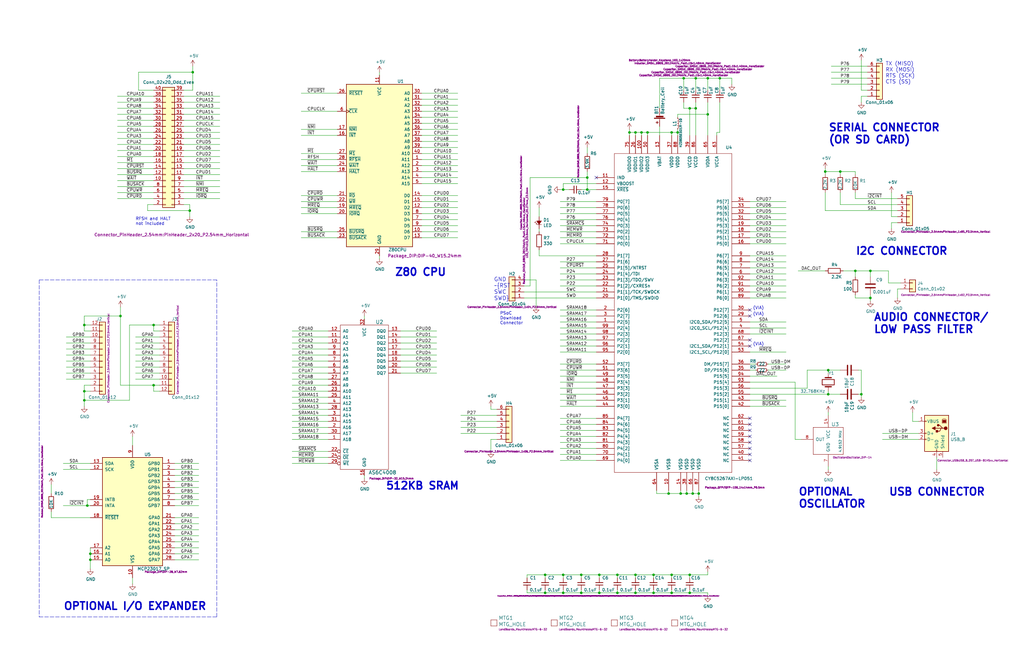
<source format=kicad_sch>
(kicad_sch (version 20211123) (generator eeschema)
  (paper "B")
  (title_block (title "Z80_PSOC") (date "2020-02-21") (rev "3") (company "Land Boards LLC"))
  (junction (at 38.1 236.22))
  (junction (at 64.77 137.16))
  (junction (at 275.59 242.57))
  (junction (at 283.21 55.88))
  (junction (at 349.25 166.37))
  (junction (at 229.87 242.57))
  (junction (at 290.83 242.57))
  (junction (at 283.21 250.19))
  (junction (at 289.56 208.28))
  (junction (at 80.01 88.9))
  (junction (at 81.28 30.48))
  (junction (at 252.73 250.19))
  (junction (at 260.35 242.57))
  (junction (at 265.43 55.88))
  (junction (at 290.83 45.72))
  (junction (at 64.77 162.56))
  (junction (at 293.37 33.02))
  (junction (at 360.68 114.3))
  (junction (at 349.25 156.21))
  (junction (at 285.75 55.88))
  (junction (at 260.35 250.19))
  (junction (at 367.03 125.73))
  (junction (at 298.45 33.02))
  (junction (at 363.22 166.37))
  (junction (at 35.56 137.16))
  (junction (at 229.87 250.19))
  (junction (at 283.21 242.57))
  (junction (at 290.83 250.19))
  (junction (at 275.59 250.19))
  (junction (at 287.02 208.28))
  (junction (at 237.49 80.01))
  (junction (at 247.65 80.01))
  (junction (at 354.33 72.39))
  (junction (at 288.29 33.02))
  (junction (at 245.11 250.19))
  (junction (at 50.8 133.35))
  (junction (at 247.65 74.93))
  (junction (at 237.49 242.57))
  (junction (at 237.49 250.19))
  (junction (at 270.51 55.88))
  (junction (at 367.03 114.3))
  (junction (at 35.56 165.1))
  (junction (at 303.53 33.02))
  (junction (at 36.83 213.36))
  (junction (at 292.1 208.28))
  (junction (at 267.97 250.19))
  (junction (at 252.73 242.57))
  (junction (at 245.11 242.57))
  (junction (at 267.97 55.88))
  (junction (at 281.94 208.28))
  (junction (at 267.97 242.57))
  (junction (at 347.98 72.39))
  (junction (at 294.64 208.28))
  (junction (at 298.45 48.26))
  (junction (at 35.56 168.91))
  (junction (at 38.1 233.68))
  (junction (at 293.37 45.72))
  (junction (at 273.05 55.88))
  (no_connect (at 316.23 143.51))
  (no_connect (at 316.23 130.81))
  (no_connect (at 316.23 191.77))
  (no_connect (at 316.23 179.07))
  (no_connect (at 316.23 181.61))
  (no_connect (at 316.23 133.35))
  (no_connect (at 316.23 189.23))
  (no_connect (at 316.23 176.53))
  (no_connect (at 316.23 146.05))
  (no_connect (at 316.23 184.15))
  (no_connect (at 316.23 186.69))
  (no_connect (at 316.23 194.31))
  (no_connect (at 251.46 74.93))
  (wire (pts (xy 36.83 210.82) (xy 38.1 210.82)))
  (wire (pts (xy 127 72.39) (xy 142.24 72.39)))
  (wire (pts (xy 236.22 179.07) (xy 251.46 179.07)))
  (wire (pts (xy 349.25 196.85) (xy 349.25 198.12)))
  (wire (pts (xy 168.91 154.94) (xy 184.15 154.94)))
  (wire (pts (xy 285.75 49.53) (xy 285.75 48.26)))
  (wire (pts (xy 123.19 149.86) (xy 138.43 149.86)))
  (wire (pts (xy 177.8 57.15) (xy 193.04 57.15)))
  (wire (pts (xy 251.46 77.47) (xy 237.49 77.47)))
  (wire (pts (xy 298.45 38.1) (xy 298.45 33.02)))
  (wire (pts (xy 270.51 55.88) (xy 273.05 55.88)))
  (wire (pts (xy 27.94 157.48) (xy 38.1 157.48)))
  (wire (pts (xy 363.22 40.64) (xy 365.76 40.64)))
  (wire (pts (xy 27.94 149.86) (xy 38.1 149.86)))
  (wire (pts (xy 289.56 208.28) (xy 287.02 208.28)))
  (wire (pts (xy 288.29 45.72) (xy 290.83 45.72)))
  (wire (pts (xy 237.49 250.19) (xy 229.87 250.19)))
  (wire (pts (xy 177.8 97.79) (xy 193.04 97.79)))
  (wire (pts (xy 275.59 243.84) (xy 275.59 242.57)))
  (wire (pts (xy 38.1 233.68) (xy 38.1 236.22)))
  (wire (pts (xy 285.75 54.61) (xy 285.75 55.88)))
  (wire (pts (xy 57.15 142.24) (xy 67.31 142.24)))
  (wire (pts (xy 177.8 69.85) (xy 193.04 69.85)))
  (wire (pts (xy 340.36 156.21) (xy 349.25 156.21)))
  (wire (pts (xy 27.94 154.94) (xy 38.1 154.94)))
  (wire (pts (xy 236.22 95.25) (xy 251.46 95.25)))
  (wire (pts (xy 177.8 62.23) (xy 193.04 62.23)))
  (wire (pts (xy 35.56 139.7) (xy 35.56 137.16)))
  (wire (pts (xy 267.97 57.15) (xy 267.97 55.88)))
  (wire (pts (xy 316.23 107.95) (xy 331.47 107.95)))
  (wire (pts (xy 236.22 118.11) (xy 251.46 118.11)))
  (wire (pts (xy 288.29 33.02) (xy 293.37 33.02)))
  (wire (pts (xy 308.61 33.02) (xy 308.61 35.56)))
  (wire (pts (xy 236.22 92.71) (xy 251.46 92.71)))
  (wire (pts (xy 247.65 64.77) (xy 247.65 62.23)))
  (wire (pts (xy 57.15 157.48) (xy 67.31 157.48)))
  (wire (pts (xy 57.15 147.32) (xy 67.31 147.32)))
  (wire (pts (xy 127 64.77) (xy 142.24 64.77)))
  (wire (pts (xy 236.22 148.59) (xy 251.46 148.59)))
  (wire (pts (xy 73.66 198.12) (xy 83.82 198.12)))
  (wire (pts (xy 50.8 162.56) (xy 64.77 162.56)))
  (wire (pts (xy 247.65 80.01) (xy 251.46 80.01)))
  (wire (pts (xy 168.91 144.78) (xy 184.15 144.78)))
  (wire (pts (xy 270.51 57.15) (xy 270.51 55.88)))
  (wire (pts (xy 55.88 184.15) (xy 55.88 187.96)))
  (wire (pts (xy 237.49 243.84) (xy 237.49 242.57)))
  (wire (pts (xy 207.01 172.72) (xy 209.55 172.72)))
  (wire (pts (xy 303.53 43.18) (xy 303.53 55.88)))
  (wire (pts (xy 35.56 137.16) (xy 35.56 133.35)))
  (wire (pts (xy 127 90.17) (xy 142.24 90.17)))
  (wire (pts (xy 316.23 148.59) (xy 331.47 148.59)))
  (wire (pts (xy 260.35 243.84) (xy 260.35 242.57)))
  (wire (pts (xy 123.19 185.42) (xy 138.43 185.42)))
  (wire (pts (xy 77.47 60.96) (xy 92.71 60.96)))
  (wire (pts (xy 229.87 250.19) (xy 222.25 250.19)))
  (wire (pts (xy 236.22 181.61) (xy 251.46 181.61)))
  (wire (pts (xy 354.33 86.36) (xy 354.33 81.28)))
  (wire (pts (xy 347.98 72.39) (xy 347.98 71.12)))
  (wire (pts (xy 273.05 55.88) (xy 273.05 57.15)))
  (wire (pts (xy 77.47 86.36) (xy 80.01 86.36)))
  (wire (pts (xy 236.22 135.89) (xy 251.46 135.89)))
  (wire (pts (xy 194.31 180.34) (xy 209.55 180.34)))
  (wire (pts (xy 73.66 223.52) (xy 83.82 223.52)))
  (wire (pts (xy 360.68 125.73) (xy 360.68 124.46)))
  (wire (pts (xy 323.85 156.21) (xy 331.47 156.21)))
  (wire (pts (xy 375.92 91.44) (xy 378.46 91.44)))
  (wire (pts (xy 236.22 85.09) (xy 251.46 85.09)))
  (wire (pts (xy 340.36 163.83) (xy 340.36 156.21)))
  (wire (pts (xy 293.37 43.18) (xy 293.37 45.72)))
  (wire (pts (xy 316.23 95.25) (xy 331.47 95.25)))
  (wire (pts (xy 294.64 208.28) (xy 294.64 209.55)))
  (wire (pts (xy 57.15 152.4) (xy 67.31 152.4)))
  (wire (pts (xy 374.65 119.38) (xy 379.73 119.38)))
  (wire (pts (xy 281.94 207.01) (xy 281.94 208.28)))
  (wire (pts (xy 49.53 83.82) (xy 64.77 83.82)))
  (wire (pts (xy 298.45 242.57) (xy 298.45 241.3)))
  (wire (pts (xy 236.22 130.81) (xy 251.46 130.81)))
  (wire (pts (xy 27.94 160.02) (xy 38.1 160.02)))
  (wire (pts (xy 50.8 133.35) (xy 50.8 162.56)))
  (wire (pts (xy 123.19 172.72) (xy 138.43 172.72)))
  (wire (pts (xy 236.22 163.83) (xy 251.46 163.83)))
  (wire (pts (xy 81.28 38.1) (xy 81.28 30.48)))
  (wire (pts (xy 245.11 242.57) (xy 252.73 242.57)))
  (wire (pts (xy 354.33 72.39) (xy 347.98 72.39)))
  (wire (pts (xy 372.11 185.42) (xy 387.35 185.42)))
  (wire (pts (xy 252.73 242.57) (xy 260.35 242.57)))
  (wire (pts (xy 77.47 53.34) (xy 92.71 53.34)))
  (wire (pts (xy 290.83 45.72) (xy 293.37 45.72)))
  (wire (pts (xy 73.66 220.98) (xy 83.82 220.98)))
  (wire (pts (xy 49.53 55.88) (xy 64.77 55.88)))
  (wire (pts (xy 73.66 233.68) (xy 83.82 233.68)))
  (wire (pts (xy 80.01 88.9) (xy 62.23 88.9)))
  (wire (pts (xy 275.59 248.92) (xy 275.59 250.19)))
  (wire (pts (xy 127 57.15) (xy 142.24 57.15)))
  (wire (pts (xy 323.85 153.67) (xy 331.47 153.67)))
  (wire (pts (xy 77.47 73.66) (xy 92.71 73.66)))
  (wire (pts (xy 375.92 91.44) (xy 375.92 81.28)))
  (wire (pts (xy 127 67.31) (xy 142.24 67.31)))
  (wire (pts (xy 194.31 177.8) (xy 209.55 177.8)))
  (wire (pts (xy 49.53 43.18) (xy 64.77 43.18)))
  (wire (pts (xy 360.68 114.3) (xy 367.03 114.3)))
  (wire (pts (xy 123.19 170.18) (xy 138.43 170.18)))
  (wire (pts (xy 222.25 250.19) (xy 222.25 248.92)))
  (wire (pts (xy 123.19 154.94) (xy 138.43 154.94)))
  (wire (pts (xy 298.45 250.19) (xy 298.45 251.46)))
  (wire (pts (xy 236.22 161.29) (xy 251.46 161.29)))
  (wire (pts (xy 252.73 250.19) (xy 245.11 250.19)))
  (wire (pts (xy 316.23 115.57) (xy 331.47 115.57)))
  (wire (pts (xy 316.23 102.87) (xy 331.47 102.87)))
  (wire (pts (xy 123.19 175.26) (xy 138.43 175.26)))
  (wire (pts (xy 275.59 250.19) (xy 283.21 250.19)))
  (wire (pts (xy 27.94 152.4) (xy 38.1 152.4)))
  (wire (pts (xy 288.29 38.1) (xy 288.29 33.02)))
  (wire (pts (xy 27.94 142.24) (xy 38.1 142.24)))
  (wire (pts (xy 267.97 55.88) (xy 270.51 55.88)))
  (wire (pts (xy 237.49 80.01) (xy 236.22 80.01)))
  (wire (pts (xy 35.56 168.91) (xy 54.61 168.91)))
  (wire (pts (xy 153.67 133.35) (xy 153.67 134.62)))
  (wire (pts (xy 236.22 90.17) (xy 251.46 90.17)))
  (wire (pts (xy 168.91 157.48) (xy 184.15 157.48)))
  (wire (pts (xy 236.22 191.77) (xy 251.46 191.77)))
  (wire (pts (xy 236.22 194.31) (xy 251.46 194.31)))
  (wire (pts (xy 38.1 231.14) (xy 38.1 233.68)))
  (wire (pts (xy 177.8 72.39) (xy 193.04 72.39)))
  (wire (pts (xy 281.94 208.28) (xy 276.86 208.28)))
  (wire (pts (xy 77.47 83.82) (xy 92.71 83.82)))
  (wire (pts (xy 236.22 184.15) (xy 251.46 184.15)))
  (wire (pts (xy 294.64 208.28) (xy 292.1 208.28)))
  (wire (pts (xy 360.68 83.82) (xy 378.46 83.82)))
  (wire (pts (xy 81.28 30.48) (xy 58.42 30.48)))
  (wire (pts (xy 73.66 231.14) (xy 83.82 231.14)))
  (wire (pts (xy 77.47 68.58) (xy 92.71 68.58)))
  (wire (pts (xy 127 87.63) (xy 142.24 87.63)))
  (wire (pts (xy 236.22 115.57) (xy 251.46 115.57)))
  (wire (pts (xy 360.68 114.3) (xy 360.68 116.84)))
  (wire (pts (xy 123.19 144.78) (xy 138.43 144.78)))
  (wire (pts (xy 240.03 80.01) (xy 237.49 80.01)))
  (wire (pts (xy 77.47 66.04) (xy 92.71 66.04)))
  (wire (pts (xy 278.13 53.34) (xy 278.13 57.15)))
  (wire (pts (xy 293.37 45.72) (xy 293.37 57.15)))
  (wire (pts (xy 168.91 152.4) (xy 184.15 152.4)))
  (wire (pts (xy 57.15 149.86) (xy 67.31 149.86)))
  (wire (pts (xy 27.94 147.32) (xy 38.1 147.32)))
  (wire (pts (xy 227.33 96.52) (xy 227.33 97.79)))
  (wire (pts (xy 292.1 208.28) (xy 289.56 208.28)))
  (wire (pts (xy 220.98 123.19) (xy 251.46 123.19)))
  (wire (pts (xy 26.67 198.12) (xy 38.1 198.12)))
  (wire (pts (xy 73.66 208.28) (xy 83.82 208.28)))
  (wire (pts (xy 384.81 177.8) (xy 384.81 173.99)))
  (wire (pts (xy 367.03 114.3) (xy 374.65 114.3)))
  (wire (pts (xy 367.03 124.46) (xy 367.03 125.73)))
  (wire (pts (xy 49.53 40.64) (xy 64.77 40.64)))
  (wire (pts (xy 21.59 215.9) (xy 21.59 218.44)))
  (wire (pts (xy 49.53 60.96) (xy 64.77 60.96)))
  (wire (pts (xy 35.56 133.35) (xy 50.8 133.35)))
  (wire (pts (xy 384.81 177.8) (xy 387.35 177.8)))
  (wire (pts (xy 267.97 248.92) (xy 267.97 250.19)))
  (wire (pts (xy 26.67 195.58) (xy 38.1 195.58)))
  (wire (pts (xy 298.45 250.19) (xy 290.83 250.19)))
  (wire (pts (xy 316.23 85.09) (xy 331.47 85.09)))
  (wire (pts (xy 302.26 55.88) (xy 303.53 55.88)))
  (wire (pts (xy 283.21 57.15) (xy 283.21 55.88)))
  (wire (pts (xy 350.52 30.48) (xy 365.76 30.48)))
  (wire (pts (xy 247.65 72.39) (xy 247.65 74.93)))
  (wire (pts (xy 337.82 185.42) (xy 335.28 185.42)))
  (wire (pts (xy 73.66 226.06) (xy 83.82 226.06)))
  (wire (pts (xy 227.33 105.41) (xy 227.33 107.95)))
  (wire (pts (xy 375.92 93.98) (xy 378.46 93.98)))
  (wire (pts (xy 49.53 45.72) (xy 64.77 45.72)))
  (wire (pts (xy 349.25 156.21) (xy 349.25 157.48)))
  (wire (pts (xy 49.53 53.34) (xy 64.77 53.34)))
  (wire (pts (xy 316.23 87.63) (xy 331.47 87.63)))
  (wire (pts (xy 220.98 118.11) (xy 226.06 118.11)))
  (wire (pts (xy 367.03 125.73) (xy 367.03 127)))
  (wire (pts (xy 177.8 44.45) (xy 193.04 44.45)))
  (wire (pts (xy 81.28 30.48) (xy 81.28 27.94)))
  (wire (pts (xy 283.21 55.88) (xy 285.75 55.88)))
  (wire (pts (xy 290.83 242.57) (xy 298.45 242.57)))
  (wire (pts (xy 290.83 250.19) (xy 283.21 250.19)))
  (wire (pts (xy 49.53 76.2) (xy 64.77 76.2)))
  (wire (pts (xy 127 97.79) (xy 142.24 97.79)))
  (wire (pts (xy 160.02 107.95) (xy 160.02 109.22)))
  (wire (pts (xy 294.64 207.01) (xy 294.64 208.28)))
  (wire (pts (xy 177.8 49.53) (xy 193.04 49.53)))
  (wire (pts (xy 49.53 78.74) (xy 64.77 78.74)))
  (wire (pts (xy 252.73 243.84) (xy 252.73 242.57)))
  (wire (pts (xy 127 54.61) (xy 142.24 54.61)))
  (wire (pts (xy 245.11 248.92) (xy 245.11 250.19)))
  (wire (pts (xy 123.19 142.24) (xy 138.43 142.24)))
  (wire (pts (xy 236.22 97.79) (xy 251.46 97.79)))
  (wire (pts (xy 316.23 97.79) (xy 331.47 97.79)))
  (polyline (pts (xy 91.44 260.35) (xy 91.44 118.11)))
  (wire (pts (xy 316.23 158.75) (xy 327.66 158.75)))
  (wire (pts (xy 50.8 129.54) (xy 50.8 133.35)))
  (wire (pts (xy 209.55 185.42) (xy 207.01 185.42)))
  (wire (pts (xy 67.31 137.16) (xy 64.77 137.16)))
  (wire (pts (xy 287.02 208.28) (xy 287.02 207.01)))
  (wire (pts (xy 73.66 236.22) (xy 83.82 236.22)))
  (wire (pts (xy 347.98 88.9) (xy 347.98 81.28)))
  (wire (pts (xy 73.66 203.2) (xy 83.82 203.2)))
  (wire (pts (xy 350.52 35.56) (xy 365.76 35.56)))
  (wire (pts (xy 21.59 218.44) (xy 38.1 218.44)))
  (wire (pts (xy 237.49 248.92) (xy 237.49 250.19)))
  (wire (pts (xy 349.25 175.26) (xy 349.25 173.99)))
  (wire (pts (xy 260.35 250.19) (xy 252.73 250.19)))
  (wire (pts (xy 316.23 100.33) (xy 331.47 100.33)))
  (wire (pts (xy 123.19 139.7) (xy 138.43 139.7)))
  (wire (pts (xy 177.8 52.07) (xy 193.04 52.07)))
  (wire (pts (xy 298.45 48.26) (xy 285.75 48.26)))
  (wire (pts (xy 361.95 166.37) (xy 363.22 166.37)))
  (wire (pts (xy 38.1 137.16) (xy 35.56 137.16)))
  (wire (pts (xy 354.33 156.21) (xy 349.25 156.21)))
  (wire (pts (xy 49.53 68.58) (xy 64.77 68.58)))
  (wire (pts (xy 236.22 156.21) (xy 251.46 156.21)))
  (wire (pts (xy 58.42 30.48) (xy 58.42 38.1)))
  (wire (pts (xy 267.97 243.84) (xy 267.97 242.57)))
  (wire (pts (xy 236.22 146.05) (xy 251.46 146.05)))
  (wire (pts (xy 49.53 81.28) (xy 64.77 81.28)))
  (wire (pts (xy 35.56 162.56) (xy 35.56 165.1)))
  (wire (pts (xy 36.83 213.36) (xy 38.1 213.36)))
  (wire (pts (xy 194.31 175.26) (xy 209.55 175.26)))
  (wire (pts (xy 288.29 43.18) (xy 288.29 45.72)))
  (wire (pts (xy 360.68 73.66) (xy 360.68 72.39)))
  (wire (pts (xy 21.59 204.47) (xy 21.59 208.28)))
  (wire (pts (xy 223.52 74.93) (xy 223.52 120.65)))
  (wire (pts (xy 229.87 243.84) (xy 229.87 242.57)))
  (wire (pts (xy 222.25 243.84) (xy 222.25 242.57)))
  (wire (pts (xy 77.47 50.8) (xy 92.71 50.8)))
  (wire (pts (xy 316.23 153.67) (xy 318.77 153.67)))
  (wire (pts (xy 177.8 95.25) (xy 193.04 95.25)))
  (wire (pts (xy 123.19 147.32) (xy 138.43 147.32)))
  (wire (pts (xy 236.22 110.49) (xy 251.46 110.49)))
  (wire (pts (xy 275.59 250.19) (xy 267.97 250.19)))
  (wire (pts (xy 316.23 171.45) (xy 331.47 171.45)))
  (wire (pts (xy 177.8 87.63) (xy 193.04 87.63)))
  (wire (pts (xy 177.8 85.09) (xy 193.04 85.09)))
  (wire (pts (xy 57.15 144.78) (xy 67.31 144.78)))
  (wire (pts (xy 283.21 242.57) (xy 290.83 242.57)))
  (wire (pts (xy 123.19 162.56) (xy 138.43 162.56)))
  (wire (pts (xy 80.01 88.9) (xy 80.01 91.44)))
  (wire (pts (xy 316.23 163.83) (xy 340.36 163.83)))
  (wire (pts (xy 64.77 165.1) (xy 64.77 162.56)))
  (wire (pts (xy 168.91 139.7) (xy 184.15 139.7)))
  (wire (pts (xy 177.8 39.37) (xy 193.04 39.37)))
  (wire (pts (xy 73.66 200.66) (xy 83.82 200.66)))
  (wire (pts (xy 127 85.09) (xy 142.24 85.09)))
  (wire (pts (xy 316.23 120.65) (xy 331.47 120.65)))
  (wire (pts (xy 245.11 250.19) (xy 237.49 250.19)))
  (wire (pts (xy 127 82.55) (xy 142.24 82.55)))
  (wire (pts (xy 236.22 189.23) (xy 251.46 189.23)))
  (wire (pts (xy 77.47 45.72) (xy 92.71 45.72)))
  (wire (pts (xy 123.19 195.58) (xy 138.43 195.58)))
  (wire (pts (xy 350.52 33.02) (xy 365.76 33.02)))
  (wire (pts (xy 73.66 195.58) (xy 83.82 195.58)))
  (wire (pts (xy 236.22 140.97) (xy 251.46 140.97)))
  (wire (pts (xy 378.46 121.92) (xy 378.46 125.73)))
  (wire (pts (xy 237.49 242.57) (xy 245.11 242.57)))
  (wire (pts (xy 77.47 48.26) (xy 92.71 48.26)))
  (wire (pts (xy 80.01 86.36) (xy 80.01 88.9)))
  (wire (pts (xy 123.19 193.04) (xy 138.43 193.04)))
  (wire (pts (xy 378.46 121.92) (xy 379.73 121.92)))
  (wire (pts (xy 207.01 185.42) (xy 207.01 190.5)))
  (wire (pts (xy 283.21 248.92) (xy 283.21 250.19)))
  (wire (pts (xy 77.47 40.64) (xy 92.71 40.64)))
  (wire (pts (xy 316.23 113.03) (xy 331.47 113.03)))
  (wire (pts (xy 285.75 55.88) (xy 285.75 57.15)))
  (wire (pts (xy 168.91 142.24) (xy 184.15 142.24)))
  (wire (pts (xy 316.23 123.19) (xy 331.47 123.19)))
  (wire (pts (xy 77.47 43.18) (xy 92.71 43.18)))
  (wire (pts (xy 363.22 166.37) (xy 363.22 167.64)))
  (wire (pts (xy 316.23 166.37) (xy 349.25 166.37)))
  (wire (pts (xy 303.53 38.1) (xy 303.53 33.02)))
  (wire (pts (xy 236.22 143.51) (xy 251.46 143.51)))
  (wire (pts (xy 177.8 77.47) (xy 193.04 77.47)))
  (wire (pts (xy 287.02 208.28) (xy 281.94 208.28)))
  (wire (pts (xy 252.73 248.92) (xy 252.73 250.19)))
  (wire (pts (xy 57.15 160.02) (xy 67.31 160.02)))
  (wire (pts (xy 49.53 50.8) (xy 64.77 50.8)))
  (wire (pts (xy 236.22 153.67) (xy 251.46 153.67)))
  (wire (pts (xy 247.65 74.93) (xy 223.52 74.93)))
  (wire (pts (xy 57.15 154.94) (xy 67.31 154.94)))
  (wire (pts (xy 290.83 248.92) (xy 290.83 250.19)))
  (wire (pts (xy 251.46 107.95) (xy 227.33 107.95)))
  (wire (pts (xy 226.06 118.11) (xy 226.06 129.54)))
  (wire (pts (xy 77.47 63.5) (xy 92.71 63.5)))
  (wire (pts (xy 360.68 72.39) (xy 354.33 72.39)))
  (wire (pts (xy 303.53 33.02) (xy 308.61 33.02)))
  (wire (pts (xy 374.65 114.3) (xy 374.65 119.38)))
  (wire (pts (xy 265.43 55.88) (xy 267.97 55.88)))
  (wire (pts (xy 67.31 165.1) (xy 64.77 165.1)))
  (wire (pts (xy 229.87 242.57) (xy 237.49 242.57)))
  (wire (pts (xy 49.53 48.26) (xy 64.77 48.26)))
  (wire (pts (xy 363.22 38.1) (xy 363.22 25.4)))
  (wire (pts (xy 316.23 110.49) (xy 331.47 110.49)))
  (wire (pts (xy 267.97 250.19) (xy 260.35 250.19)))
  (wire (pts (xy 73.66 228.6) (xy 83.82 228.6)))
  (wire (pts (xy 236.22 100.33) (xy 251.46 100.33)))
  (wire (pts (xy 77.47 55.88) (xy 92.71 55.88)))
  (wire (pts (xy 36.83 213.36) (xy 36.83 210.82)))
  (wire (pts (xy 64.77 137.16) (xy 64.77 139.7)))
  (wire (pts (xy 316.23 90.17) (xy 331.47 90.17)))
  (wire (pts (xy 237.49 77.47) (xy 237.49 80.01)))
  (wire (pts (xy 278.13 33.02) (xy 288.29 33.02)))
  (wire (pts (xy 123.19 165.1) (xy 138.43 165.1)))
  (wire (pts (xy 316.23 135.89) (xy 331.47 135.89)))
  (wire (pts (xy 38.1 162.56) (xy 35.56 162.56)))
  (wire (pts (xy 77.47 71.12) (xy 92.71 71.12)))
  (wire (pts (xy 177.8 59.69) (xy 193.04 59.69)))
  (wire (pts (xy 316.23 140.97) (xy 331.47 140.97)))
  (wire (pts (xy 229.87 248.92) (xy 229.87 250.19)))
  (wire (pts (xy 177.8 92.71) (xy 193.04 92.71)))
  (wire (pts (xy 123.19 160.02) (xy 138.43 160.02)))
  (wire (pts (xy 77.47 58.42) (xy 92.71 58.42)))
  (wire (pts (xy 267.97 242.57) (xy 275.59 242.57)))
  (wire (pts (xy 123.19 167.64) (xy 138.43 167.64)))
  (wire (pts (xy 298.45 33.02) (xy 303.53 33.02)))
  (wire (pts (xy 123.19 152.4) (xy 138.43 152.4)))
  (wire (pts (xy 236.22 102.87) (xy 251.46 102.87)))
  (wire (pts (xy 127 46.99) (xy 142.24 46.99)))
  (wire (pts (xy 227.33 91.44) (xy 227.33 87.63)))
  (wire (pts (xy 58.42 38.1) (xy 64.77 38.1)))
  (wire (pts (xy 38.1 144.78) (xy 27.94 144.78)))
  (wire (pts (xy 265.43 55.88) (xy 265.43 54.61)))
  (wire (pts (xy 77.47 76.2) (xy 92.71 76.2)))
  (wire (pts (xy 336.55 114.3) (xy 347.98 114.3)))
  (wire (pts (xy 77.47 38.1) (xy 81.28 38.1)))
  (wire (pts (xy 194.31 182.88) (xy 209.55 182.88)))
  (wire (pts (xy 367.03 125.73) (xy 360.68 125.73)))
  (wire (pts (xy 260.35 248.92) (xy 260.35 250.19)))
  (wire (pts (xy 349.25 166.37) (xy 354.33 166.37)))
  (wire (pts (xy 245.11 80.01) (xy 247.65 80.01)))
  (wire (pts (xy 236.22 176.53) (xy 251.46 176.53)))
  (wire (pts (xy 292.1 207.01) (xy 292.1 208.28)))
  (wire (pts (xy 49.53 71.12) (xy 64.77 71.12)))
  (wire (pts (xy 38.1 236.22) (xy 38.1 240.03)))
  (wire (pts (xy 298.45 48.26) (xy 298.45 57.15)))
  (wire (pts (xy 177.8 74.93) (xy 193.04 74.93)))
  (wire (pts (xy 289.56 207.01) (xy 289.56 208.28)))
  (wire (pts (xy 236.22 168.91) (xy 251.46 168.91)))
  (wire (pts (xy 236.22 158.75) (xy 251.46 158.75)))
  (wire (pts (xy 49.53 73.66) (xy 64.77 73.66)))
  (wire (pts (xy 260.35 242.57) (xy 267.97 242.57)))
  (wire (pts (xy 354.33 86.36) (xy 378.46 86.36)))
  (wire (pts (xy 355.6 114.3) (xy 360.68 114.3)))
  (wire (pts (xy 168.91 149.86) (xy 184.15 149.86)))
  (wire (pts (xy 265.43 57.15) (xy 265.43 55.88)))
  (wire (pts (xy 335.28 161.29) (xy 316.23 161.29)))
  (polyline (pts (xy 16.51 260.35) (xy 91.44 260.35)))
  (wire (pts (xy 347.98 88.9) (xy 378.46 88.9)))
  (wire (pts (xy 247.65 74.93) (xy 247.65 80.01)))
  (wire (pts (xy 236.22 171.45) (xy 251.46 171.45)))
  (polyline (pts (xy 16.51 118.11) (xy 16.51 260.35)))
  (wire (pts (xy 73.66 205.74) (xy 83.82 205.74)))
  (wire (pts (xy 127 100.33) (xy 142.24 100.33)))
  (wire (pts (xy 62.23 86.36) (xy 64.77 86.36)))
  (wire (pts (xy 293.37 33.02) (xy 298.45 33.02)))
  (wire (pts (xy 73.66 218.44) (xy 83.82 218.44)))
  (wire (pts (xy 276.86 208.28) (xy 276.86 207.01)))
  (wire (pts (xy 177.8 100.33) (xy 193.04 100.33)))
  (wire (pts (xy 236.22 87.63) (xy 251.46 87.63)))
  (wire (pts (xy 363.22 156.21) (xy 363.22 166.37)))
  (wire (pts (xy 38.1 139.7) (xy 35.56 139.7)))
  (wire (pts (xy 168.91 147.32) (xy 184.15 147.32)))
  (wire (pts (xy 290.83 57.15) (xy 290.83 45.72)))
  (wire (pts (xy 236.22 133.35) (xy 251.46 133.35)))
  (wire (pts (xy 349.25 166.37) (xy 349.25 165.1)))
  (wire (pts (xy 153.67 200.66) (xy 153.67 201.93)))
  (wire (pts (xy 335.28 185.42) (xy 335.28 161.29)))
  (wire (pts (xy 207.01 171.45) (xy 207.01 172.72)))
  (wire (pts (xy 278.13 33.02) (xy 278.13 45.72)))
  (wire (pts (xy 67.31 139.7) (xy 64.77 139.7)))
  (wire (pts (xy 64.77 162.56) (xy 67.31 162.56)))
  (wire (pts (xy 49.53 63.5) (xy 64.77 63.5)))
  (polyline (pts (xy 91.44 118.11) (xy 16.51 118.11)))
  (wire (pts (xy 290.83 243.84) (xy 290.83 242.57)))
  (wire (pts (xy 394.97 193.04) (xy 394.97 198.12)))
  (wire (pts (xy 177.8 64.77) (xy 193.04 64.77)))
  (wire (pts (xy 363.22 38.1) (xy 365.76 38.1)))
  (wire (pts (xy 316.23 156.21) (xy 318.77 156.21)))
  (wire (pts (xy 177.8 46.99) (xy 193.04 46.99)))
  (wire (pts (xy 123.19 157.48) (xy 138.43 157.48)))
  (wire (pts (xy 236.22 138.43) (xy 251.46 138.43)))
  (wire (pts (xy 123.19 190.5) (xy 138.43 190.5)))
  (wire (pts (xy 236.22 186.69) (xy 251.46 186.69)))
  (wire (pts (xy 49.53 66.04) (xy 64.77 66.04)))
  (wire (pts (xy 177.8 67.31) (xy 193.04 67.31)))
  (wire (pts (xy 273.05 55.88) (xy 283.21 55.88)))
  (wire (pts (xy 316.23 92.71) (xy 331.47 92.71)))
  (wire (pts (xy 54.61 168.91) (xy 54.61 137.16)))
  (wire (pts (xy 222.25 242.57) (xy 229.87 242.57)))
  (wire (pts (xy 316.23 125.73) (xy 331.47 125.73)))
  (wire (pts (xy 298.45 43.18) (xy 298.45 48.26)))
  (wire (pts (xy 77.47 78.74) (xy 92.71 78.74)))
  (wire (pts (xy 293.37 38.1) (xy 293.37 33.02)))
  (wire (pts (xy 236.22 113.03) (xy 251.46 113.03)))
  (wire (pts (xy 26.67 213.36) (xy 36.83 213.36)))
  (wire (pts (xy 123.19 177.8) (xy 138.43 177.8)))
  (wire (pts (xy 62.23 88.9) (xy 62.23 86.36)))
  (wire (pts (xy 223.52 120.65) (xy 220.98 120.65)))
  (wire (pts (xy 236.22 120.65) (xy 251.46 120.65)))
  (wire (pts (xy 275.59 242.57) (xy 283.21 242.57)))
  (wire (pts (xy 73.66 213.36) (xy 83.82 213.36)))
  (wire (pts (xy 54.61 137.16) (xy 64.77 137.16)))
  (wire (pts (xy 367.03 114.3) (xy 367.03 116.84)))
  (wire (pts (xy 361.95 156.21) (xy 363.22 156.21)))
  (wire (pts (xy 251.46 125.73) (xy 220.98 125.73)))
  (wire (pts (xy 316.23 118.11) (xy 331.47 118.11)))
  (wire (pts (xy 360.68 83.82) (xy 360.68 81.28)))
  (wire (pts (xy 363.22 40.64) (xy 363.22 43.18)))
  (wire (pts (xy 35.56 165.1) (xy 35.56 168.91)))
  (wire (pts (xy 302.26 57.15) (xy 302.26 55.88)))
  (wire (pts (xy 245.11 243.84) (xy 245.11 242.57)))
  (wire (pts (xy 316.23 138.43) (xy 331.47 138.43)))
  (wire (pts (xy 283.21 243.84) (xy 283.21 242.57)))
  (wire (pts (xy 35.56 168.91) (xy 35.56 171.45)))
  (wire (pts (xy 160.02 31.75) (xy 160.02 30.48)))
  (wire (pts (xy 55.88 243.84) (xy 55.88 246.38)))
  (wire (pts (xy 73.66 210.82) (xy 83.82 210.82)))
  (wire (pts (xy 177.8 41.91) (xy 193.04 41.91)))
  (wire (pts (xy 49.53 58.42) (xy 64.77 58.42)))
  (wire (pts (xy 177.8 54.61) (xy 193.04 54.61)))
  (wire (pts (xy 177.8 90.17) (xy 193.04 90.17)))
  (wire (pts (xy 236.22 166.37) (xy 251.46 166.37)))
  (wire (pts (xy 127 39.37) (xy 142.24 39.37)))
  (wire (pts (xy 123.19 182.88) (xy 138.43 182.88)))
  (wire (pts (xy 316.23 168.91) (xy 331.47 168.91)))
  (wire (pts (xy 38.1 165.1) (xy 35.56 165.1)))
  (wire (pts (xy 123.19 180.34) (xy 138.43 180.34)))
  (wire (pts (xy 127 69.85) (xy 142.24 69.85)))
  (wire (pts (xy 350.52 27.94) (xy 365.76 27.94)))
  (wire (pts (xy 347.98 72.39) (xy 347.98 73.66)))
  (wire (pts (xy 354.33 73.66) (xy 354.33 72.39)))
  (wire (pts (xy 375.92 93.98) (xy 375.92 96.52)))
  (wire (pts (xy 372.11 182.88) (xy 387.35 182.88)))
  (wire (pts (xy 77.47 81.28) (xy 92.71 81.28)))
  (wire (pts (xy 177.8 82.55) (xy 193.04 82.55)))
  (text "Z80 CPU" (at 166.37 116.84 0) (effects (font (size 3.175 3.175) (thickness 0.635) bold) (justify left bottom)))
  (text "OPTIONAL I/O EXPANDER" (at 26.67 257.81 0) (effects (font (size 3.175 3.175) (thickness 0.635) bold) (justify left bottom)))
  (text "(VIA)" (at 317.5 146.05 0) (effects (font (size 1.27 1.27)) (justify left bottom)))
  (text "OPTIONAL\nOSCILLATOR" (at 336.55 214.63 0) (effects (font (size 3.175 3.175) (thickness 0.635) bold) (justify left bottom)))
  (text "AUDIO CONNECTOR/\nLOW PASS FILTER" (at 368.3 140.97 0) (effects (font (size 3.175 3.175) (thickness 0.635) bold) (justify left bottom)))
  (text "(VIA)" (at 317.5 130.81 0) (effects (font (size 1.27 1.27)) (justify left bottom)))
  (text "I2C CONNECTOR" (at 360.68 107.95 0) (effects (font (size 3.175 3.175) (thickness 0.635) bold) (justify left bottom)))
  (text "(VIA)" (at 317.5 133.35 0) (effects (font (size 1.27 1.27)) (justify left bottom)))
  (text "SERIAL CONNECTOR\n(OR SD CARD)" (at 349.25 60.96 0) (effects (font (size 3.175 3.175) (thickness 0.635) bold) (justify left bottom)))
  (text "USB CONNECTOR" (at 374.65 209.55 0) (effects (font (size 3.175 3.175) (thickness 0.635) bold) (justify left bottom)))
  (text "512KB SRAM" (at 162.56 207.01 0) (effects (font (size 3.175 3.175) (thickness 0.635) bold) (justify left bottom)))
  (text "PSoC \nDownload\nConnector" (at 210.82 137.16 0) (effects (font (size 1.27 1.27)) (justify left bottom)))
  (text "TX (MISO)\nRX (MOSI)\nRTS (SCK)\nCTS (SS)" (at 373.38 35.56 0) (effects (font (size 1.5748 1.5748)) (justify left bottom)))
  (text "GND\n~{RST\nSWC\nSWD}" (at 208.28 127 0) (effects (font (size 1.651 1.651)) (justify left bottom)))
  (text "RFSH and HALT\nnot included" (at 57.15 95.25 0) (effects (font (size 1.27 1.27)) (justify left bottom)))
  (label "P24" (at 238.76 115.57 0))
  (label "CPUA1" (at 238.76 191.77 0))
  (label "~{BUSRQ}" (at 129.54 97.79 0))
  (label "GPB7" (at 30.48 160.02 0))
  (label "CPUD6" (at 182.88 97.79 0))
  (label "CPUD7" (at 318.77 85.09 0))
  (label "GPA7" (at 59.69 160.02 0))
  (label "CPUD0" (at 82.55 71.12 0))
  (label "CPUA4" (at 53.34 55.88 0))
  (label "CPUA10" (at 53.34 40.64 0))
  (label "CPUA9" (at 182.88 62.23 0))
  (label "CPUA1" (at 182.88 41.91 0))
  (label "CPUA1" (at 53.34 63.5 0))
  (label "GPB5" (at 76.2 208.28 0))
  (label "CPUA3" (at 53.34 58.42 0))
  (label "SDA" (at 320.04 135.89 0))
  (label "CPUD5" (at 318.77 90.17 0))
  (label "DAC_OUT" (at 337.82 114.3 0))
  (label "CPUA15" (at 318.77 107.95 0))
  (label "GPB1" (at 76.2 198.12 0))
  (label "GPA3" (at 59.69 149.86 0))
  (label "CPUA6" (at 125.73 154.94 0))
  (label "~{BUSACK}" (at 321.31 171.45 0))
  (label "SCL" (at 29.21 198.12 0))
  (label "CPUA12" (at 182.88 69.85 0))
  (label "SRAMA15" (at 238.76 138.43 0))
  (label "CPUA3" (at 182.88 46.99 0))
  (label "CPUA2" (at 125.73 144.78 0))
  (label "CPUA15" (at 182.88 77.47 0))
  (label "~{M1}" (at 53.34 68.58 0))
  (label "~{CPURD}" (at 129.54 82.55 0))
  (label "P79" (at 238.76 85.09 0))
  (label "SRAMA12" (at 238.76 146.05 0))
  (label "CPUA5" (at 53.34 53.34 0))
  (label "CPUA8" (at 125.73 160.02 0))
  (label "GPA0" (at 76.2 218.44 0))
  (label "~{WAIT}" (at 129.54 69.85 0))
  (label "SWC" (at 238.76 123.19 0))
  (label "GPB6" (at 30.48 157.48 0))
  (label "GPB3" (at 76.2 203.2 0))
  (label "CPUA2" (at 53.34 60.96 0))
  (label "~{NMI}" (at 129.54 54.61 0))
  (label "GPB2" (at 76.2 200.66 0))
  (label "CPUD3" (at 175.26 147.32 0))
  (label "CPUD7" (at 182.88 100.33 0))
  (label "CPUD3" (at 182.88 90.17 0))
  (label "CPUD4" (at 182.88 92.71 0))
  (label "CPUA11" (at 82.55 40.64 0))
  (label "SRAMA11" (at 125.73 167.64 0))
  (label "CPUD5" (at 82.55 60.96 0))
  (label "~{M1}" (at 129.54 64.77 0))
  (label "DAC_OUT" (at 318.77 158.75 0))
  (label "CPUA8" (at 182.88 59.69 0))
  (label "~{MEMWR}" (at 238.76 97.79 0))
  (label "SRAMA16" (at 125.73 180.34 0))
  (label "~{I2CINT}" (at 29.21 213.36 0))
  (label "~{INT}" (at 238.76 163.83 0))
  (label "~{BUSRQ}" (at 53.34 73.66 0))
  (label "GPA7" (at 76.2 236.22 0))
  (label "GPB0" (at 30.48 142.24 0))
  (label "CPUA2" (at 182.88 44.45 0))
  (label "P78" (at 238.76 87.63 0))
  (label "P79" (at 354.33 35.56 0))
  (label "CPUD4" (at 175.26 149.86 0))
  (label "CPUA5" (at 238.76 181.61 0))
  (label "CPUA14" (at 318.77 110.49 0))
  (label "~{BUSRQ}" (at 321.31 168.91 0))
  (label "CPUD2" (at 175.26 144.78 0))
  (label "~{I2CINT}" (at 365.76 83.82 0))
  (label "CPUA5" (at 125.73 152.4 0))
  (label "~{I2CINT}" (at 320.04 140.97 0))
  (label "GPA5" (at 76.2 231.14 0))
  (label "~{CPURD}" (at 238.76 153.67 0))
  (label "CPUCLK" (at 238.76 102.87 0))
  (label "CPUA9" (at 53.34 43.18 0))
  (label "SRAMA14" (at 125.73 175.26 0))
  (label "GPB6" (at 76.2 210.82 0))
  (label "~{CPUWR}" (at 238.76 156.21 0))
  (label "CPUA3" (at 238.76 186.69 0))
  (label "CPUD1" (at 82.55 73.66 0))
  (label "GPB4" (at 30.48 152.4 0))
  (label "CPUD6" (at 82.55 63.5 0))
  (label "GPA2" (at 76.2 223.52 0))
  (label "P76" (at 238.76 92.71 0))
  (label "CPUD4" (at 82.55 55.88 0))
  (label "GPA6" (at 59.69 157.48 0))
  (label "CPUA7" (at 53.34 48.26 0))
  (label "~{IORQ}" (at 129.54 90.17 0))
  (label "~{BUSACK}" (at 53.34 78.74 0))
  (label "CPUA14" (at 182.88 74.93 0))
  (label "SCL" (at 365.76 86.36 0))
  (label "CPUA0" (at 125.73 139.7 0))
  (label "~{WAIT}" (at 238.76 168.91 0))
  (label "SRAMA17" (at 125.73 182.88 0))
  (label "CPUA3" (at 125.73 147.32 0))
  (label "P23" (at 238.76 118.11 0))
  (label "CPUCLK" (at 82.55 53.34 0))
  (label "~{BUSACK}" (at 129.54 100.33 0))
  (label "~{CPUWR}" (at 129.54 85.09 0))
  (label "CPUA10" (at 182.88 64.77 0))
  (label "P27" (at 196.85 175.26 0))
  (label "CPUD5" (at 175.26 152.4 0))
  (label "SRAMA17" (at 238.76 133.35 0))
  (label "GPA1" (at 76.2 220.98 0))
  (label "~{IORQ}" (at 82.55 83.82 0))
  (label "CPUA9" (at 125.73 162.56 0))
  (label "~{IORQ}" (at 238.76 158.75 0))
  (label "CPUD6" (at 175.26 154.94 0))
  (label "CPUD6" (at 318.77 87.63 0))
  (label "CPUA11" (at 318.77 118.11 0))
  (label "CPUD1" (at 175.26 142.24 0))
  (label "SDA" (at 29.21 195.58 0))
  (label "CPUD7" (at 175.26 157.48 0))
  (label "GPB7" (at 76.2 213.36 0))
  (label "SRAMA11" (at 238.76 148.59 0))
  (label "USB-DP" (at 374.65 182.88 0))
  (label "RFSH" (at 129.54 67.31 0))
  (label "CPUA10" (at 125.73 165.1 0))
  (label "P77" (at 238.76 90.17 0))
  (label "CPUA1" (at 125.73 142.24 0))
  (label "CPUA8" (at 318.77 125.73 0))
  (label "CPUA4" (at 125.73 149.86 0))
  (label "CPUA13" (at 82.55 45.72 0))
  (label "SRAMA16" (at 238.76 135.89 0))
  (label "CPUD3" (at 318.77 95.25 0))
  (label "SRAMA12" (at 125.73 170.18 0))
  (label "GPA6" (at 76.2 233.68 0))
  (label "GPB2" (at 30.48 147.32 0))
  (label "GPA1" (at 59.69 144.78 0))
  (label "GPA2" (at 59.69 147.32 0))
  (label "CPUA0" (at 53.34 66.04 0))
  (label "CPUA10" (at 318.77 120.65 0))
  (label "CPUA12" (at 82.55 43.18 0))
  (label "CPUA6" (at 53.34 50.8 0))
  (label "SRAMA18" (at 125.73 185.42 0))
  (label "P24" (at 196.85 177.8 0))
  (label "CPUD2" (at 82.55 66.04 0))
  (label "CPUD2" (at 182.88 87.63 0))
  (label "~{MEMRD}" (at 238.76 100.33 0))
  (label "CPUA4" (at 238.76 184.15 0))
  (label "GPA4" (at 59.69 152.4 0))
  (label "P76" (at 354.33 27.94 0))
  (label "~{WAIT}" (at 53.34 76.2 0))
  (label "~{MREQ}" (at 82.55 81.28 0))
  (label "CPUD2" (at 318.77 97.79 0))
  (label "CPUA6" (at 238.76 179.07 0))
  (label "P77" (at 354.33 30.48 0))
  (label "CPUA4" (at 182.88 49.53 0))
  (label "CPUA13" (at 182.88 72.39 0))
  (label "CPUA2" (at 238.76 189.23 0))
  (label "CPUA6" (at 182.88 54.61 0))
  (label "GPB3" (at 30.48 149.86 0))
  (label "CPUA0" (at 238.76 194.31 0))
  (label "~{MREQ}" (at 320.04 148.59 0))
  (label "~{CPUWR}" (at 53.34 81.28 0))
  (label "CPUA8" (at 53.34 45.72 0))
  (label "CPUA7" (at 182.88 57.15 0))
  (label "P78" (at 354.33 33.02 0))
  (label "~{INT}" (at 129.54 57.15 0))
  (label "~{NMI}" (at 82.55 78.74 0))
  (label "CPUA5" (at 182.88 52.07 0))
  (label "CPUD0" (at 175.26 139.7 0))
  (label "CPUA9" (at 318.77 123.19 0))
  (label "SRAMA18" (at 238.76 130.81 0))
  (label "GPB4" (at 76.2 205.74 0))
  (label "CPUA7" (at 238.76 176.53 0))
  (label "P22" (at 238.76 120.65 0))
  (label "SRAMA13" (at 238.76 143.51 0))
  (label "CPUD0" (at 182.88 82.55 0))
  (label "CPUA11" (at 182.88 67.31 0))
  (label "CPUD3" (at 82.55 58.42 0))
  (label "GPA0" (at 59.69 142.24 0))
  (label "~{CPURST}" (at 238.76 113.03 0))
  (label "GPA3" (at 76.2 226.06 0))
  (label "CPUA15" (at 82.55 50.8 0))
  (label "GPB1" (at 30.48 144.78 0))
  (label "CPUD1" (at 318.77 100.33 0))
  (label "SRAMA14" (at 238.76 140.97 0))
  (label "USB-DM" (at 325.12 153.67 0))
  (label "SRAMA13" (at 125.73 172.72 0))
  (label "SRAMA15" (at 125.73 177.8 0))
  (label "CPUD7" (at 82.55 68.58 0))
  (label "GPA5" (at 59.69 154.94 0))
  (label "P22" (at 196.85 182.88 0))
  (label "~{SRAMCS}" (at 125.73 190.5 0))
  (label "~{MEMWR}" (at 125.73 195.58 0))
  (label "CPUD1" (at 182.88 85.09 0))
  (label "SWD" (at 238.76 125.73 0))
  (label "CPUD5" (at 182.88 95.25 0))
  (label "~{INT}" (at 82.55 76.2 0))
  (label "P27" (at 238.76 110.49 0))
  (label "GPB0" (at 76.2 195.58 0))
  (label "~{MEMRD}" (at 125.73 193.04 0))
  (label "CPUCLK" (at 129.54 46.99 0))
  (label "CPUD0" (at 318.77 102.87 0))
  (label "SDA" (at 365.76 88.9 0))
  (label "~{CPURST}" (at 53.34 71.12 0))
  (label "CPUA14" (at 82.55 48.26 0))
  (label "~{SRAMCS}" (at 238.76 95.25 0))
  (label "~{HALT}" (at 238.76 171.45 0))
  (label "~{MREQ}" (at 129.54 87.63 0))
  (label "USB-DM" (at 374.65 185.42 0))
  (label "CPUA0" (at 182.88 39.37 0))
  (label "~{M1}" (at 238.76 166.37 0))
  (label "GPA4" (at 76.2 228.6 0))
  (label "SCL" (at 320.04 138.43 0))
  (label "~{NMI}" (at 238.76 161.29 0))
  (label "~{CPURST}" (at 129.54 39.37 0))
  (label "~{CPURD}" (at 53.34 83.82 0))
  (label "~{HALT}" (at 129.54 72.39 0))
  (label "CPUA7" (at 125.73 157.48 0))
  (label "USB-DP" (at 325.12 156.21 0))
  (label "CPUA13" (at 318.77 113.03 0))
  (label "GPB5" (at 30.48 154.94 0))
  (label "CPUD4" (at 318.77 92.71 0))
  (label "P23" (at 196.85 180.34 0))
  (label "CPUA12" (at 318.77 115.57 0))
  (symbol (lib_id "Z80_CPU-rescue:Z80CPU-Zilog") (at 160.02 69.85 0) (unit 1)
    (property "Reference" "U1" (at 168.91 34.29 0))
    (property "Value" "Z80CPU" (at 167.64 105.41 0))
    (property "Footprint" "Package_DIP:DIP-40_W15.24mm" (at 179.07 107.95 0))
  )
  (symbol (lib_id "power:GND") (at 160.02 109.22 0) (unit 1)
    (property "Reference" "#PWR0101" (effects hide))
    (property "Value" "GND" (at 160.147 113.6142 0))
  )
  (symbol (lib_id "power:+5V") (at 160.02 30.48 0) (unit 1)
    (property "Reference" "#PWR0103" (effects hide))
    (property "Value" "+5V" (at 160.401 26.0858 0))
  )
  (symbol (lib_id "Z80_CPU-rescue:CY8C5888AXI-LP096-LandBoards_Semis") (at 285.75 132.08 0) (unit 1)
    (property "Reference" "U4" (at 307.34 62.23 0))
    (property "Value" "CY8C5267AXI-LP051" (at 307.34 201.93 0))
    (property "Footprint" "Package_QFP:TQFP-100_14x14mm_P0.5mm" (at 309.88 205.74 0) (effects (font (size 0.762 0.762))))
    (property "Datasheet" "DOCUMENTATION" (effects hide))
  )
  (symbol (lib_id "power:+5V") (at 265.43 54.61 0) (unit 1)
    (property "Reference" "#PWR0105" (effects hide))
    (property "Value" "+5V" (at 265.811 50.2158 0))
  )
  (symbol (lib_id "Device:LED_Small_ALT") (at 227.33 93.98 90) (unit 1)
    (property "Reference" "D1" (at 229.0572 92.8116 90) (effects (justify right)))
    (property "Value" "LED" (at 229.0572 95.123 90) (effects (justify right)))
    (property "Footprint" "LED_THT:LED_D3.0mm_Horizontal_O1.27mm_Z2.0mm" (at 222.25 93.98 0) (effects (font (size 0.762 0.762))))
  )
  (symbol (lib_id "Device:R") (at 227.33 101.6 0) (unit 1)
    (property "Reference" "R7" (at 229.108 100.4316 0) (effects (justify left)))
    (property "Value" "330" (at 229.108 102.743 0) (effects (justify left)))
    (property "Footprint" "Resistor_SMD:R_0805_2012Metric_Pad1.15x1.40mm_HandSolder" (at 220.98 101.6 90) (effects (font (size 0.762 0.762))))
  )
  (symbol (lib_id "power:+5V") (at 227.33 87.63 0) (unit 1)
    (property "Reference" "#PWR0107" (effects hide))
    (property "Value" "+5V" (at 227.711 83.2358 0))
  )
  (symbol (lib_id "Device:Crystal") (at 349.25 161.29 90) (unit 1)
    (property "Reference" "Y1" (at 351.79 157.48 90) (effects (justify left)))
    (property "Value" "32.768KHz" (at 347.98 165.1 90) (effects (justify left)))
    (property "Footprint" "Crystal:Crystal_C26-LF_D2.1mm_L6.5mm_Horizontal" (effects hide))
  )
  (symbol (lib_id "Device:C") (at 358.14 156.21 270) (unit 1)
    (property "Reference" "C18" (at 359.3084 159.131 0) (effects (justify left)))
    (property "Value" "18pF" (at 356.997 159.131 0) (effects (justify left)))
    (property "Footprint" "Capacitor_SMD:C_0805_2012Metric_Pad1.15x1.40mm_HandSolder" (effects hide))
  )
  (symbol (lib_id "Device:C") (at 358.14 166.37 270) (unit 1)
    (property "Reference" "C19" (at 359.3084 169.291 0) (effects (justify left)))
    (property "Value" "18pF" (at 356.997 169.291 0) (effects (justify left)))
    (property "Footprint" "Capacitor_SMD:C_0805_2012Metric_Pad1.15x1.40mm_HandSolder" (effects hide))
  )
  (symbol (lib_id "Connector_Generic:Conn_01x06") (at 370.84 35.56 0) (mirror x) (unit 1)
    (property "Reference" "H3" (at 370.84 25.4 0))
    (property "Value" "Conn_01x06" (at 370.84 43.18 0))
    (property "Footprint" "Connector_PinHeader_2.54mm:PinHeader_1x06_P2.54mm_Vertical" (effects hide))
  )
  (symbol (lib_id "power:GND") (at 363.22 43.18 0) (unit 1)
    (property "Reference" "#PWR0119" (effects hide))
    (property "Value" "GND" (at 363.347 47.5742 0))
  )
  (symbol (lib_id "power:GND") (at 363.22 167.64 0) (unit 1)
    (property "Reference" "#PWR0108" (effects hide))
    (property "Value" "GND" (at 363.347 172.0342 0))
  )
  (symbol (lib_id "Z80_CPU-rescue:MCP23017_SP-Interface_Expansion") (at 55.88 215.9 0) (unit 1)
    (property "Reference" "U5" (at 62.23 191.77 0))
    (property "Value" "MCP23017_SP" (at 64.77 240.03 0))
    (property "Footprint" "Package_DIP:DIP-28_W7.62mm" (at 60.96 241.3 0) (effects (font (size 0.762 0.762)) (justify left)))
    (property "Datasheet" "http://ww1.microchip.com/downloads/en/DeviceDoc/20001952C.pdf" (effects hide))
  )
  (symbol (lib_id "power:GND") (at 294.64 209.55 0) (unit 1)
    (property "Reference" "#PWR0106" (effects hide))
    (property "Value" "GND" (at 294.767 213.9442 0))
  )
  (symbol (lib_id "Device:R") (at 360.68 77.47 0) (unit 1)
    (property "Reference" "R1" (at 362.458 76.3016 0) (effects (justify left)))
    (property "Value" "10K" (at 360.68 80.01 90) (effects (justify left)))
    (property "Footprint" "Resistor_SMD:R_0805_2012Metric_Pad1.15x1.40mm_HandSolder" (effects hide))
  )
  (symbol (lib_id "Device:R") (at 354.33 77.47 0) (unit 1)
    (property "Reference" "R2" (at 356.108 76.3016 0) (effects (justify left)))
    (property "Value" "2.2K" (at 354.33 80.01 90) (effects (justify left)))
    (property "Footprint" "Resistor_SMD:R_0805_2012Metric_Pad1.15x1.40mm_HandSolder" (effects hide))
  )
  (symbol (lib_id "Device:R") (at 347.98 77.47 0) (unit 1)
    (property "Reference" "R3" (at 349.758 76.3016 0) (effects (justify left)))
    (property "Value" "2.2K" (at 347.98 80.01 90) (effects (justify left)))
    (property "Footprint" "Resistor_SMD:R_0805_2012Metric_Pad1.15x1.40mm_HandSolder" (effects hide))
  )
  (symbol (lib_id "power:+5V") (at 347.98 71.12 0) (unit 1)
    (property "Reference" "#PWR01" (effects hide))
    (property "Value" "+5V" (at 348.361 66.7258 0))
  )
  (symbol (lib_id "Device:R") (at 351.79 114.3 270) (unit 1)
    (property "Reference" "R4" (at 350.52 111.76 90) (effects (justify left)))
    (property "Value" "2.2K" (at 350.52 116.84 90) (effects (justify left)))
    (property "Footprint" "Resistor_SMD:R_0805_2012Metric_Pad1.15x1.40mm_HandSolder" (effects hide))
  )
  (symbol (lib_id "Device:R") (at 360.68 120.65 180) (unit 1)
    (property "Reference" "R5" (at 359.41 119.38 0) (effects (justify left)))
    (property "Value" "100" (at 359.41 121.92 0) (effects (justify left)))
    (property "Footprint" "Resistor_SMD:R_0805_2012Metric_Pad1.15x1.40mm_HandSolder" (effects hide))
  )
  (symbol (lib_id "Device:C") (at 367.03 120.65 180) (unit 1)
    (property "Reference" "C9" (at 372.11 118.11 0) (effects (justify left)))
    (property "Value" "0.001uF" (at 375.92 123.19 0) (effects (justify left)))
    (property "Footprint" "Capacitor_SMD:C_0805_2012Metric_Pad1.15x1.40mm_HandSolder" (effects hide))
  )
  (symbol (lib_id "power:+5V") (at 363.22 25.4 0) (unit 1)
    (property "Reference" "#PWR0120" (effects hide))
    (property "Value" "+5V" (at 363.601 21.0058 0))
  )
  (symbol (lib_id "Connector_Generic:Conn_01x05") (at 383.54 88.9 0) (mirror x) (unit 1)
    (property "Reference" "H1" (at 383.54 81.28 0))
    (property "Value" "Conn_01x05" (at 386.08 96.52 0))
    (property "Footprint" "Connector_PinHeader_2.54mm:PinHeader_1x05_P2.54mm_Vertical" (at 398.78 97.79 0) (effects (font (size 0.762 0.762))))
  )
  (symbol (lib_id "power:GND") (at 367.03 127 0) (unit 1)
    (property "Reference" "#PWR0128" (effects hide))
    (property "Value" "GND" (at 367.157 131.3942 0))
  )
  (symbol (lib_id "Z80_CPU-rescue:AS6C4008") (at 153.67 167.64 0) (unit 1)
    (property "Reference" "U2" (at 160.02 135.89 0) (effects (font (size 1.524 1.524))))
    (property "Value" "AS6C4008" (at 161.29 199.39 0) (effects (font (size 1.524 1.524))))
    (property "Footprint" "Package_DIP:DIP-32_W15.24mm" (at 165.1 201.93 0) (effects (font (size 0.762 0.762))))
  )
  (symbol (lib_id "Device:Battery_Cell") (at 278.13 48.26 180) (unit 1)
    (property "Reference" "BT1" (at 276.86 48.26 90) (effects (justify right)))
    (property "Value" "Battery_Cell" (at 279.4 48.26 90) (effects (justify right)))
    (property "Footprint" "Battery:BatteryHolder_Keystone_103_1x20mm" (at 278.13 25.4 0) (effects (font (size 0.762 0.762))))
  )
  (symbol (lib_id "power:GND") (at 378.46 125.73 0) (unit 1)
    (property "Reference" "#PWR0129" (effects hide))
    (property "Value" "GND" (at 378.587 130.1242 0))
  )
  (symbol (lib_id "Device:C_Small") (at 242.57 80.01 270) (unit 1)
    (property "Reference" "C13" (at 242.57 76.2 90))
    (property "Value" "0.1uF" (at 246.38 81.28 90))
    (property "Footprint" "Capacitor_SMD:C_0805_2012Metric_Pad1.15x1.40mm_HandSolder" (at 219.71 81.28 0) (effects (font (size 0.635 0.635))))
  )
  (symbol (lib_id "Connector_Generic:Conn_01x02") (at 384.81 119.38 0) (unit 1)
    (property "Reference" "J4" (at 386.842 119.5832 0) (effects (justify left)))
    (property "Value" "Conn_01x02" (at 386.842 121.8946 0) (effects (justify left)))
    (property "Footprint" "Connector_PinHeader_2.54mm:PinHeader_1x02_P2.54mm_Vertical" (at 398.78 124.46 0) (effects (font (size 0.762 0.762))))
  )
  (symbol (lib_id "power:GND") (at 236.22 80.01 270) (unit 1)
    (property "Reference" "#PWR0109" (effects hide))
    (property "Value" "GND" (at 231.8258 80.137 0))
  )
  (symbol (lib_id "power:GND") (at 55.88 246.38 0) (unit 1)
    (property "Reference" "#PWR0121" (effects hide))
    (property "Value" "GND" (at 56.007 250.7742 0))
  )
  (symbol (lib_id "Connector_Generic:Conn_01x04") (at 215.9 123.19 180) (unit 1)
    (property "Reference" "H2" (at 215.9 115.57 0))
    (property "Value" "Conn_01x04" (at 215.9 128.27 0))
    (property "Footprint" "Connector_PinHeader_2.54mm:PinHeader_1x04_P2.54mm_Vertical" (at 215.9 129.54 0) (effects (font (size 0.762 0.762))))
  )
  (symbol (lib_id "power:GND") (at 226.06 129.54 0) (unit 1)
    (property "Reference" "#PWR0110" (effects hide))
    (property "Value" "GND" (at 226.187 133.9342 0))
  )
  (symbol (lib_id "Connector_Generic:Conn_02x20_Odd_Even") (at 72.39 63.5 180) (unit 1)
    (property "Reference" "J5" (at 71.12 32.385 0))
    (property "Value" "Conn_02x20_Odd_Even" (at 71.12 34.6964 0))
    (property "Footprint" "Connector_PinHeader_2.54mm:PinHeader_2x20_P2.54mm_Horizontal" (at 72.39 99.06 0))
  )
  (symbol (lib_id "power:+5V") (at 55.88 184.15 0) (unit 1)
    (property "Reference" "#PWR0122" (effects hide))
    (property "Value" "+5V" (at 56.261 179.7558 0))
  )
  (symbol (lib_id "Device:R") (at 21.59 212.09 0) (unit 1)
    (property "Reference" "R10" (at 22.86 208.28 0) (effects (justify left)))
    (property "Value" "10K" (at 21.59 214.63 90) (effects (justify left)))
    (property "Footprint" "Resistor_SMD:R_0805_2012Metric_Pad1.15x1.40mm_HandSolder" (at 17.78 203.2 90) (effects (font (size 0.635 0.635))))
  )
  (symbol (lib_id "power:+5V") (at 21.59 204.47 0) (unit 1)
    (property "Reference" "#PWR04" (effects hide))
    (property "Value" "+5V" (at 21.971 200.0758 0))
  )
  (symbol (lib_id "power:GND") (at 38.1 240.03 0) (unit 1)
    (property "Reference" "#PWR0123" (effects hide))
    (property "Value" "GND" (at 38.227 244.4242 0))
  )
  (symbol (lib_id "power:GND") (at 80.01 91.44 0) (unit 1)
    (property "Reference" "#PWR02" (effects hide))
    (property "Value" "GND" (at 80.137 95.8342 0))
  )
  (symbol (lib_id "Device:R_Small") (at 321.31 153.67 270) (unit 1)
    (property "Reference" "R8" (at 317.5 152.4 90))
    (property "Value" "22" (at 321.31 156.21 90))
    (property "Footprint" "Resistor_SMD:R_0805_2012Metric_Pad1.15x1.40mm_HandSolder" (effects hide))
  )
  (symbol (lib_id "Device:R_Small") (at 321.31 156.21 270) (unit 1)
    (property "Reference" "R9" (at 317.5 154.94 90))
    (property "Value" "22" (at 321.31 153.543 90))
    (property "Footprint" "Resistor_SMD:R_0805_2012Metric_Pad1.15x1.40mm_HandSolder" (effects hide))
  )
  (symbol (lib_id "Connector_Generic:Conn_01x12") (at 72.39 149.86 0) (unit 1)
    (property "Reference" "J3" (at 72.39 134.62 0) (effects (justify left)))
    (property "Value" "Conn_01x12" (at 72.39 167.64 0) (effects (justify left)))
    (property "Footprint" "Connector_PinHeader_2.54mm:PinHeader_1x12_P2.54mm_Vertical" (at 74.93 166.37 90) (effects (font (size 0.762 0.762)) (justify left)))
  )
  (symbol (lib_id "Connector_Generic:Conn_01x12") (at 43.18 152.4 0) (mirror x) (unit 1)
    (property "Reference" "J2" (at 41.91 134.62 0))
    (property "Value" "Conn_01x12" (at 43.18 167.64 0))
    (property "Footprint" "Connector_PinHeader_2.54mm:PinHeader_1x12_P2.54mm_Vertical" (at 45.72 151.13 90) (effects (font (size 0.762 0.762))))
  )
  (symbol (lib_id "Z80_CPU-rescue:USB_B-Connector") (at 394.97 182.88 0) (mirror y) (unit 1)
    (property "Reference" "J1" (at 400.7866 183.1086 0) (effects (justify right)))
    (property "Value" "USB_B" (at 400.7866 185.42 0) (effects (justify right)))
    (property "Footprint" "Connector_USB:USB_B_OST_USB-B1HSxx_Horizontal" (at 410.21 194.31 0) (effects (font (size 0.762 0.762))))
    (property "Datasheet" " ~" (effects hide))
  )
  (symbol (lib_id "power:+5V") (at 81.28 27.94 0) (unit 1)
    (property "Reference" "#PWR03" (effects hide))
    (property "Value" "+5V" (at 81.661 23.5458 0))
  )
  (symbol (lib_id "power:GND") (at 35.56 171.45 0) (unit 1)
    (property "Reference" "#PWR0124" (effects hide))
    (property "Value" "GND" (at 35.687 175.8442 0))
  )
  (symbol (lib_id "power:+5V") (at 50.8 129.54 0) (unit 1)
    (property "Reference" "#PWR0127" (effects hide))
    (property "Value" "+5V" (at 51.181 125.1458 0))
  )
  (symbol (lib_id "power:+5V") (at 384.81 173.99 0) (unit 1)
    (property "Reference" "#PWR0111" (effects hide))
    (property "Value" "+5V" (at 385.191 169.5958 0))
  )
  (symbol (lib_id "power:+5V") (at 153.67 133.35 0) (unit 1)
    (property "Reference" "#PWR0102" (effects hide))
    (property "Value" "+5V" (at 154.051 128.9558 0))
  )
  (symbol (lib_id "power:GND") (at 394.97 198.12 0) (unit 1)
    (property "Reference" "#PWR0112" (effects hide))
    (property "Value" "GND" (at 395.097 202.5142 0))
  )
  (symbol (lib_id "power:GND") (at 153.67 201.93 0) (unit 1)
    (property "Reference" "#PWR0104" (effects hide))
    (property "Value" "GND" (at 153.797 206.3242 0))
  )
  (symbol (lib_id "Device:C_Small") (at 293.37 40.64 180) (unit 1)
    (property "Reference" "C4" (at 292.1 38.1 90))
    (property "Value" "1uF" (at 294.64 38.1 90))
    (property "Footprint" "Capacitor_SMD:C_0805_2012Metric_Pad1.15x1.40mm_HandSolder" (at 293.37 30.48 0) (effects (font (size 0.762 0.762))))
  )
  (symbol (lib_id "power:GND") (at 308.61 35.56 0) (unit 1)
    (property "Reference" "#PWR0113" (effects hide))
    (property "Value" "GND" (at 308.737 39.9542 0))
  )
  (symbol (lib_id "Device:C_Small") (at 303.53 40.64 180) (unit 1)
    (property "Reference" "C8" (at 302.26 38.1 90))
    (property "Value" "1uF" (at 304.8 38.1 90))
    (property "Footprint" "Capacitor_SMD:C_0805_2012Metric_Pad1.15x1.40mm_HandSolder" (at 303.53 27.94 0) (effects (font (size 0.762 0.762))))
  )
  (symbol (lib_id "power:+5V") (at 375.92 81.28 0) (unit 1)
    (property "Reference" "#PWR0116" (effects hide))
    (property "Value" "+5V" (at 376.301 76.8858 0))
  )
  (symbol (lib_id "Device:C_Small") (at 288.29 40.64 180) (unit 1)
    (property "Reference" "C10" (at 287.02 38.1 90))
    (property "Value" "1uF" (at 289.56 38.1 90))
    (property "Footprint" "Capacitor_SMD:C_0805_2012Metric_Pad1.15x1.40mm_HandSolder" (at 288.29 31.75 0) (effects (font (size 0.762 0.762))))
  )
  (symbol (lib_id "power:GND") (at 375.92 96.52 0) (unit 1)
    (property "Reference" "#PWR0117" (effects hide))
    (property "Value" "GND" (at 376.047 100.9142 0))
  )
  (symbol (lib_id "Device:L_Small") (at 285.75 52.07 0) (unit 1)
    (property "Reference" "L1" (at 284.48 53.34 90) (effects (justify left)))
    (property "Value" "HZ0805E601R-10" (at 287.02 62.23 90) (effects (font (size 0.889 0.889)) (justify left)))
    (property "Footprint" "Inductor_SMD:L_0805_2012Metric_Pad1.15x1.40mm_HandSolder" (at 285.75 26.67 0) (effects (font (size 0.762 0.762))))
  )
  (symbol (lib_id "Connector_Generic:Conn_01x06") (at 214.63 180.34 0) (mirror x) (unit 1)
    (property "Reference" "H4" (at 214.63 170.18 0))
    (property "Value" "Conn_01x06" (at 214.63 187.96 0))
    (property "Footprint" "Connector_PinHeader_2.54mm:PinHeader_1x06_P2.54mm_Vertical" (at 214.63 190.5 0) (effects (font (size 0.762 0.762))))
  )
  (symbol (lib_id "power:GND") (at 207.01 190.5 0) (unit 1)
    (property "Reference" "#PWR0130" (effects hide))
    (property "Value" "GND" (at 207.137 194.8942 0))
  )
  (symbol (lib_id "power:+5V") (at 207.01 171.45 0) (unit 1)
    (property "Reference" "#PWR0131" (effects hide))
    (property "Value" "+5V" (at 207.391 167.0558 0))
  )
  (symbol (lib_id "Device:C_Small") (at 298.45 40.64 180) (unit 1)
    (property "Reference" "C7" (at 297.18 38.1 90))
    (property "Value" "1uF" (at 299.72 38.1 90))
    (property "Footprint" "Capacitor_SMD:C_0805_2012Metric_Pad1.15x1.40mm_HandSolder" (at 298.45 29.21 0) (effects (font (size 0.762 0.762))))
  )
  (symbol (lib_id "Z80_CPU-rescue:OSC-LandBoards_Semis") (at 349.25 185.42 0) (mirror y) (unit 1)
    (property "Reference" "U3" (at 350.52 179.07 0) (effects (font (size 1.524 1.524)) (justify right)))
    (property "Value" "4.9152 MHz" (at 354.33 181.61 90) (effects (font (size 1.016 1.016)) (justify right)))
    (property "Footprint" "Oscillator:Oscillator_DIP-14" (at 359.41 193.04 0) (effects (font (size 0.762 0.762))))
  )
  (symbol (lib_id "power:+5V") (at 349.25 173.99 0) (unit 1)
    (property "Reference" "#PWR0114" (effects hide))
    (property "Value" "+5V" (at 349.631 169.5958 0))
  )
  (symbol (lib_id "power:GND") (at 349.25 198.12 0) (unit 1)
    (property "Reference" "#PWR0115" (effects hide))
    (property "Value" "GND" (at 349.377 202.5142 0))
  )
  (symbol (lib_id "Z80_CPU-rescue:MTG_HOLE-LandBoards") (at 284.48 262.89 0) (unit 1)
    (property "Reference" "MTG4" (at 286.4612 260.7818 0) (effects (font (size 1.524 1.524)) (justify left)))
    (property "Value" "MTG_HOLE" (at 286.4612 263.4742 0) (effects (font (size 1.524 1.524)) (justify left)))
    (property "Footprint" "LandBoards_MountHoles:MTG-6-32" (at 286.4612 265.5824 0) (effects (font (size 0.762 0.762)) (justify left)))
  )
  (symbol (lib_id "Z80_CPU-rescue:MTG_HOLE-LandBoards") (at 259.08 262.89 0) (unit 1)
    (property "Reference" "MTG3" (at 261.0612 260.7818 0) (effects (font (size 1.524 1.524)) (justify left)))
    (property "Value" "MTG_HOLE" (at 261.0612 263.4742 0) (effects (font (size 1.524 1.524)) (justify left)))
    (property "Footprint" "LandBoards_MountHoles:MTG-6-32" (at 261.0612 265.5824 0) (effects (font (size 0.762 0.762)) (justify left)))
  )
  (symbol (lib_id "Z80_CPU-rescue:MTG_HOLE-LandBoards") (at 233.68 262.89 0) (unit 1)
    (property "Reference" "MTG2" (at 235.6612 260.7818 0) (effects (font (size 1.524 1.524)) (justify left)))
    (property "Value" "MTG_HOLE" (at 235.6612 263.4742 0) (effects (font (size 1.524 1.524)) (justify left)))
    (property "Footprint" "LandBoards_MountHoles:MTG-6-32" (at 235.6612 265.5824 0) (effects (font (size 0.762 0.762)) (justify left)))
  )
  (symbol (lib_id "Z80_CPU-rescue:MTG_HOLE-LandBoards") (at 208.28 262.89 0) (unit 1)
    (property "Reference" "MTG1" (at 210.2612 260.7818 0) (effects (font (size 1.524 1.524)) (justify left)))
    (property "Value" "MTG_HOLE" (at 210.2612 263.4742 0) (effects (font (size 1.524 1.524)) (justify left)))
    (property "Footprint" "LandBoards_MountHoles:MTG-6-32" (at 210.2612 265.5824 0) (effects (font (size 0.762 0.762)) (justify left)))
  )
  (symbol (lib_id "power:+5V") (at 247.65 62.23 0) (unit 1)
    (property "Reference" "#PWR0118" (effects hide))
    (property "Value" "+5V" (at 248.031 57.8358 0))
  )
  (symbol (lib_id "Device:R") (at 247.65 68.58 0) (unit 1)
    (property "Reference" "R6" (at 248.92 64.77 0) (effects (justify left)))
    (property "Value" "3.9K" (at 247.65 71.12 90) (effects (justify left)))
    (property "Footprint" "Resistor_SMD:R_0805_2012Metric_Pad1.15x1.40mm_HandSolder" (at 243.84 59.69 90) (effects (font (size 0.635 0.635))))
  )
  (symbol (lib_id "Device:C_Small") (at 290.83 246.38 180) (unit 1)
    (property "Reference" "C16" (at 293.37 243.84 0))
    (property "Value" "0.1uF" (at 294.64 248.92 0))
    (property "Footprint" "Capacitor_SMD:C_0805_2012Metric_Pad1.15x1.40mm_HandSolder" (at 290.83 251.46 0) (effects (font (size 0.508 0.508))))
  )
  (symbol (lib_id "power:+5V") (at 298.45 241.3 0) (unit 1)
    (property "Reference" "#PWR0125" (effects hide))
    (property "Value" "+5V" (at 298.831 236.9058 0))
  )
  (symbol (lib_id "power:GND") (at 298.45 251.46 0) (unit 1)
    (property "Reference" "#PWR0126" (effects hide))
    (property "Value" "GND" (at 298.577 255.8542 0))
  )
  (symbol (lib_id "Device:C_Small") (at 267.97 246.38 180) (unit 1)
    (property "Reference" "C12" (at 270.51 243.84 0))
    (property "Value" "0.1uF" (at 271.78 248.92 0))
    (property "Footprint" "Capacitor_SMD:C_0805_2012Metric_Pad1.15x1.40mm_HandSolder" (at 267.97 251.46 0) (effects (font (size 0.508 0.508))))
  )
  (symbol (lib_id "Device:C_Small") (at 283.21 246.38 180) (unit 1)
    (property "Reference" "C15" (at 285.75 243.84 0))
    (property "Value" "0.1uF" (at 287.02 248.92 0))
    (property "Footprint" "Capacitor_SMD:C_0805_2012Metric_Pad1.15x1.40mm_HandSolder" (at 283.21 251.46 0) (effects (font (size 0.508 0.508))))
  )
  (symbol (lib_id "Device:C_Small") (at 275.59 246.38 180) (unit 1)
    (property "Reference" "C14" (at 278.13 243.84 0))
    (property "Value" "0.1uF" (at 279.4 248.92 0))
    (property "Footprint" "Capacitor_SMD:C_0805_2012Metric_Pad1.15x1.40mm_HandSolder" (at 275.59 251.46 0) (effects (font (size 0.508 0.508))))
  )
  (symbol (lib_id "Device:C_Small") (at 252.73 246.38 180) (unit 1)
    (property "Reference" "C6" (at 255.27 243.84 0))
    (property "Value" "0.1uF" (at 256.54 248.92 0))
    (property "Footprint" "Capacitor_SMD:C_0805_2012Metric_Pad1.15x1.40mm_HandSolder" (at 252.73 251.46 0) (effects (font (size 0.508 0.508))))
  )
  (symbol (lib_id "Device:C_Small") (at 229.87 246.38 180) (unit 1)
    (property "Reference" "C2" (at 232.41 243.84 0))
    (property "Value" "0.1uF" (at 233.68 248.92 0))
    (property "Footprint" "Capacitor_SMD:C_0805_2012Metric_Pad1.15x1.40mm_HandSolder" (at 229.87 251.46 0) (effects (font (size 0.508 0.508))))
  )
  (symbol (lib_id "Device:C_Small") (at 237.49 246.38 180) (unit 1)
    (property "Reference" "C3" (at 240.03 243.84 0))
    (property "Value" "0.1uF" (at 241.3 248.92 0))
    (property "Footprint" "Capacitor_SMD:C_0805_2012Metric_Pad1.15x1.40mm_HandSolder" (at 237.49 251.46 0) (effects (font (size 0.508 0.508))))
  )
  (symbol (lib_id "Device:C_Small") (at 222.25 246.38 180) (unit 1)
    (property "Reference" "C1" (at 224.79 243.84 0))
    (property "Value" "0.1uF" (at 226.06 248.92 0))
    (property "Footprint" "Capacitor_SMD:C_0805_2012Metric_Pad1.15x1.40mm_HandSolder" (at 222.25 251.46 0) (effects (font (size 0.508 0.508))))
  )
  (symbol (lib_id "Device:C_Small") (at 245.11 246.38 180) (unit 1)
    (property "Reference" "C5" (at 247.65 243.84 0))
    (property "Value" "0.1uF" (at 248.92 248.92 0))
    (property "Footprint" "Capacitor_SMD:C_0805_2012Metric_Pad1.15x1.40mm_HandSolder" (at 245.11 251.46 0) (effects (font (size 0.508 0.508))))
  )
  (symbol (lib_id "Device:C_Small") (at 260.35 246.38 180) (unit 1)
    (property "Reference" "C11" (at 262.89 243.84 0))
    (property "Value" "0.1uF" (at 264.16 248.92 0))
    (property "Footprint" "Capacitor_SMD:C_0805_2012Metric_Pad1.15x1.40mm_HandSolder" (at 260.35 251.46 0) (effects (font (size 0.508 0.508))))
  )
)
</source>
